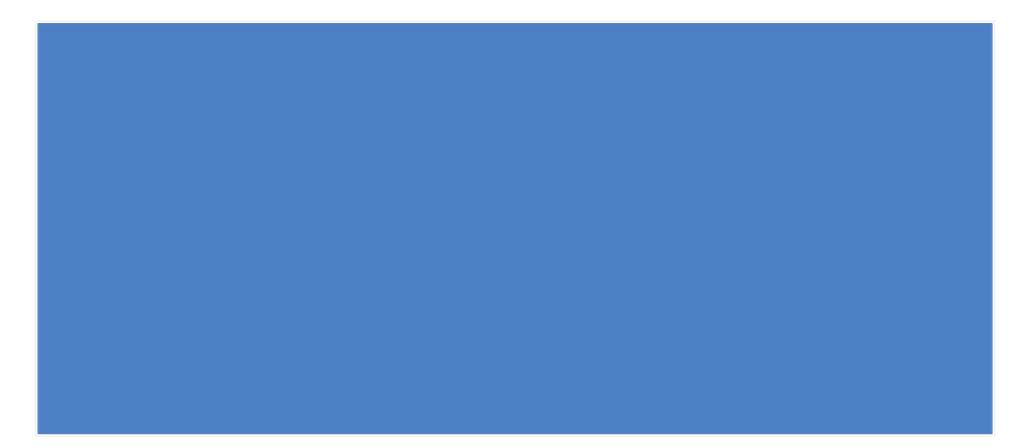
<source format=kicad_pcb>
(kicad_pcb
	(version 20240108)
	(generator "pcbnew")
	(generator_version "8.0")
	(general
		(thickness 1.76)
		(legacy_teardrops no)
	)
	(paper "A4")
	(title_block
		(title "KSS-E")
		(date "2020-07-13")
		(rev "REV1")
		(company "SmartEQ Bilisim")
	)
	(layers
		(0 "F.Cu" jumper)
		(1 "In1.Cu" signal)
		(2 "In2.Cu" signal)
		(3 "In3.Cu" signal)
		(4 "In4.Cu" signal)
		(31 "B.Cu" signal)
		(32 "B.Adhes" user "B.Adhesive")
		(33 "F.Adhes" user "F.Adhesive")
		(34 "B.Paste" user)
		(35 "F.Paste" user)
		(36 "B.SilkS" user "B.Silkscreen")
		(37 "F.SilkS" user "F.Silkscreen")
		(38 "B.Mask" user)
		(39 "F.Mask" user)
		(40 "Dwgs.User" user "User.Drawings")
		(41 "Cmts.User" user "User.Comments")
		(42 "Eco1.User" user "User.Eco1")
		(43 "Eco2.User" user "User.Eco2")
		(44 "Edge.Cuts" user)
		(45 "Margin" user)
		(46 "B.CrtYd" user "B.Courtyard")
		(47 "F.CrtYd" user "F.Courtyard")
		(48 "B.Fab" user)
		(49 "F.Fab" user)
	)
	(setup
		(stackup
			(layer "F.SilkS"
				(type "Top Silk Screen")
			)
			(layer "F.Paste"
				(type "Top Solder Paste")
			)
			(layer "F.Mask"
				(type "Top Solder Mask")
				(thickness 0.01)
			)
			(layer "F.Cu"
				(type "copper")
				(thickness 0.035)
			)
			(layer "dielectric 1"
				(type "prepreg")
				(thickness 0.11)
				(material "FR4")
				(epsilon_r 4.5)
				(loss_tangent 0.02)
			)
			(layer "In1.Cu"
				(type "copper")
				(thickness 0.035)
			)
			(layer "dielectric 2"
				(type "core")
				(color "Polyimide")
				(thickness 0.6)
				(material "FR4")
				(epsilon_r 4.5)
				(loss_tangent 0.02)
			)
			(layer "In2.Cu"
				(type "copper")
				(thickness 0.035)
			)
			(layer "dielectric 3"
				(type "prepreg")
				(color "Phenolic natural")
				(thickness 0.11)
				(material "FR4")
				(epsilon_r 4.5)
				(loss_tangent 0.02)
			)
			(layer "In3.Cu"
				(type "copper")
				(thickness 0.035)
			)
			(layer "dielectric 4"
				(type "core")
				(thickness 0.6)
				(material "FR4")
				(epsilon_r 4.5)
				(loss_tangent 0.02)
			)
			(layer "In4.Cu"
				(type "copper")
				(thickness 0.035)
			)
			(layer "dielectric 5"
				(type "prepreg")
				(thickness 0.11)
				(material "FR4")
				(epsilon_r 4.5)
				(loss_tangent 0.02)
			)
			(layer "B.Cu"
				(type "copper")
				(thickness 0.035)
			)
			(layer "B.Mask"
				(type "Bottom Solder Mask")
				(thickness 0.01)
				(material "FR4")
				(epsilon_r 3.3)
				(loss_tangent 0)
			)
			(layer "B.Paste"
				(type "Bottom Solder Paste")
			)
			(layer "B.SilkS"
				(type "Bottom Silk Screen")
			)
			(copper_finish "None")
			(dielectric_constraints no)
		)
		(pad_to_mask_clearance 0.051)
		(solder_mask_min_width 0.09)
		(allow_soldermask_bridges_in_footprints no)
		(aux_axis_origin 109.0625 133.106)
		(grid_origin 109.0625 133.106)
		(pcbplotparams
			(layerselection 0x003ffff_ffffffff)
			(plot_on_all_layers_selection 0x0000000_00000000)
			(disableapertmacros no)
			(usegerberextensions yes)
			(usegerberattributes no)
			(usegerberadvancedattributes no)
			(creategerberjobfile yes)
			(dashed_line_dash_ratio 12.000000)
			(dashed_line_gap_ratio 3.000000)
			(svgprecision 6)
			(plotframeref no)
			(viasonmask no)
			(mode 1)
			(useauxorigin no)
			(hpglpennumber 1)
			(hpglpenspeed 20)
			(hpglpendiameter 15.000000)
			(pdf_front_fp_property_popups yes)
			(pdf_back_fp_property_popups yes)
			(dxfpolygonmode yes)
			(dxfimperialunits yes)
			(dxfusepcbnewfont yes)
			(psnegative no)
			(psa4output no)
			(plotreference yes)
			(plotvalue yes)
			(plotfptext yes)
			(plotinvisibletext no)
			(sketchpadsonfab no)
			(subtractmaskfromsilk yes)
			(outputformat 1)
			(mirror no)
			(drillshape 0)
			(scaleselection 1)
			(outputdirectory "../../../CamTracker/Gerber/")
		)
	)
	(net 0 "")
	(net 1 "Earth")
	(gr_rect
		(start 135.3425 80.676)
		(end 262.3425 135.676)
		(locked yes)
		(stroke
			(width 0.05)
			(type default)
		)
		(fill none)
		(layer "Edge.Cuts")
		(uuid "aa2dfeca-5e16-4b4d-ac0b-bae0251e3d89")
	)
	(zone
		(net 1)
		(net_name "Earth")
		(layers "F.Cu" "In1.Cu" "In2.Cu" "In3.Cu" "In4.Cu" "B.Cu")
		(uuid "4d773307-59d7-45ca-b174-d1dabb6b9adc")
		(hatch edge 0.5)
		(priority 1)
		(connect_pads
			(clearance 0.2)
		)
		(min_thickness 0.1)
		(filled_areas_thickness no)
		(fill yes
			(thermal_gap 0.5)
			(thermal_bridge_width 0.5)
		)
		(polygon
			(pts
				(xy 266.2825 77.856) (xy 265.7625 136.896) (xy 130.8025 137.266) (xy 130.6225 83.546) (xy 131.3125 77.856)
			)
		)
		(filled_polygon
			(layer "F.Cu")
			(pts
				(xy 262.077648 80.940852) (xy 262.092 80.9755) (xy 262.092 135.3765) (xy 262.077648 135.411148)
				(xy 262.043 135.4255) (xy 135.642 135.4255) (xy 135.607352 135.411148) (xy 135.593 135.3765) (xy 135.593 80.9755)
				(xy 135.607352 80.940852) (xy 135.642 80.9265) (xy 262.043 80.9265)
			)
		)
		(filled_polygon
			(layer "In1.Cu")
			(pts
				(xy 262.077648 80.940852) (xy 262.092 80.9755) (xy 262.092 135.3765) (xy 262.077648 135.411148)
				(xy 262.043 135.4255) (xy 135.642 135.4255) (xy 135.607352 135.411148) (xy 135.593 135.3765) (xy 135.593 80.9755)
				(xy 135.607352 80.940852) (xy 135.642 80.9265) (xy 262.043 80.9265)
			)
		)
		(filled_polygon
			(layer "In2.Cu")
			(pts
				(xy 262.077648 80.940852) (xy 262.092 80.9755) (xy 262.092 135.3765) (xy 262.077648 135.411148)
				(xy 262.043 135.4255) (xy 135.642 135.4255) (xy 135.607352 135.411148) (xy 135.593 135.3765) (xy 135.593 80.9755)
				(xy 135.607352 80.940852) (xy 135.642 80.9265) (xy 262.043 80.9265)
			)
		)
		(filled_polygon
			(layer "In3.Cu")
			(pts
				(xy 262.077648 80.940852) (xy 262.092 80.9755) (xy 262.092 135.3765) (xy 262.077648 135.411148)
				(xy 262.043 135.4255) (xy 135.642 135.4255) (xy 135.607352 135.411148) (xy 135.593 135.3765) (xy 135.593 80.9755)
				(xy 135.607352 80.940852) (xy 135.642 80.9265) (xy 262.043 80.9265)
			)
		)
		(filled_polygon
			(layer "In4.Cu")
			(pts
				(xy 262.077648 80.940852) (xy 262.092 80.9755) (xy 262.092 135.3765) (xy 262.077648 135.411148)
				(xy 262.043 135.4255) (xy 135.642 135.4255) (xy 135.607352 135.411148) (xy 135.593 135.3765) (xy 135.593 80.9755)
				(xy 135.607352 80.940852) (xy 135.642 80.9265) (xy 262.043 80.9265)
			)
		)
		(filled_polygon
			(layer "B.Cu")
			(pts
				(xy 262.077648 80.940852) (xy 262.092 80.9755) (xy 262.092 135.3765) (xy 262.077648 135.411148)
				(xy 262.043 135.4255) (xy 135.642 135.4255) (xy 135.607352 135.411148) (xy 135.593 135.3765) (xy 135.593 80.9755)
				(xy 135.607352 80.940852) (xy 135.642 80.9265) (xy 262.043 80.9265)
			)
		)
	)
	(zone
		(net 0)
		(net_name "")
		(locked yes)
		(layers "*.Mask")
		(uuid "47e44854-9c9e-47e6-a16e-76c36162e7e9")
		(hatch edge 0.5)
		(connect_pads
			(clearance 0)
		)
		(min_thickness 0.25)
		(filled_areas_thickness no)
		(fill yes
			(thermal_gap 0.5)
			(thermal_bridge_width 0.5)
		)
		(polygon
			(pts
				(xy 135.3425 80.676) (xy 137.3425 80.676) (xy 137.3425 135.676) (xy 135.3425 135.676)
			)
		)
		(filled_polygon
			(layer "B.Mask")
			(island)
			(pts
				(xy 137.285539 80.695685) (xy 137.331294 80.748489) (xy 137.3425 80.8) (xy 137.3425 135.552) (xy 137.322815 135.619039)
				(xy 137.270011 135.664794) (xy 137.2185 135.676) (xy 135.4665 135.676) (xy 135.399461 135.656315)
				(xy 135.353706 135.603511) (xy 135.3425 135.552) (xy 135.3425 80.8) (xy 135.362185 80.732961) (xy 135.414989 80.687206)
				(xy 135.4665 80.676) (xy 137.2185 80.676)
			)
		)
		(filled_polygon
			(layer "F.Mask")
			(island)
			(pts
				(xy 137.285539 80.695685) (xy 137.331294 80.748489) (xy 137.3425 80.8) (xy 137.3425 135.552) (xy 137.322815 135.619039)
				(xy 137.270011 135.664794) (xy 137.2185 135.676) (xy 135.4665 135.676) (xy 135.399461 135.656315)
				(xy 135.353706 135.603511) (xy 135.3425 135.552) (xy 135.3425 80.8) (xy 135.362185 80.732961) (xy 135.414989 80.687206)
				(xy 135.4665 80.676) (xy 137.2185 80.676)
			)
		)
	)
	(zone
		(net 0)
		(net_name "")
		(locked yes)
		(layers "*.Mask")
		(uuid "dae78970-ea46-4008-9751-117969da7c87")
		(hatch edge 0.5)
		(connect_pads
			(clearance 0)
		)
		(min_thickness 0.25)
		(filled_areas_thickness no)
		(fill yes
			(thermal_gap 0.5)
			(thermal_bridge_width 0.5)
		)
		(polygon
			(pts
				(xy 260.3425 80.676) (xy 262.3425 80.676) (xy 262.3425 135.676) (xy 260.3425 135.676)
			)
		)
		(filled_polygon
			(layer "B.Mask")
			(island)
			(pts
				(xy 262.285539 80.695685) (xy 262.331294 80.748489) (xy 262.3425 80.8) (xy 262.3425 135.552) (xy 262.322815 135.619039)
				(xy 262.270011 135.664794) (xy 262.2185 135.676) (xy 260.4665 135.676) (xy 260.399461 135.656315)
				(xy 260.353706 135.603511) (xy 260.3425 135.552) (xy 260.3425 80.8) (xy 260.362185 80.732961) (xy 260.414989 80.687206)
				(xy 260.4665 80.676) (xy 262.2185 80.676)
			)
		)
		(filled_polygon
			(layer "F.Mask")
			(island)
			(pts
				(xy 262.285539 80.695685) (xy 262.331294 80.748489) (xy 262.3425 80.8) (xy 262.3425 135.552) (xy 262.322815 135.619039)
				(xy 262.270011 135.664794) (xy 262.2185 135.676) (xy 260.4665 135.676) (xy 260.399461 135.656315)
				(xy 260.353706 135.603511) (xy 260.3425 135.552) (xy 260.3425 80.8) (xy 260.362185 80.732961) (xy 260.414989 80.687206)
				(xy 260.4665 80.676) (xy 262.2185 80.676)
			)
		)
	)
	(generated
		(uuid "61956b1d-4325-4b49-8bdd-ba4d1313dc3e")
		(type tuning_pattern)
		(name "Tuning Pattern")
		(layer "F.Cu")
		(base_line
			(pts
				(xy 151.497715 105.465549) (xy 153.714505 103.248759)
			)
		)
		(base_line_coupled
			(pts
				(xy 151.192951 105.160785) (xy 151.200784 105.152952)
			)
		)
		(corner_radius_percent 100)
		(end
			(xy 153.714505 103.248759)
		)
		(initial_side "right")
		(last_diff_pair_gap 0.18)
		(last_netname "/3566/PCIE20_RXN")
		(last_status "tuned")
		(last_track_width 0.177)
		(last_tuning "0.0000 mm (tuned)")
		(max_amplitude 0.9)
		(min_amplitude 0.1)
		(min_spacing 0.6)
		(origin
			(xy 151.497715 105.465549)
		)
		(override_custom_rules no)
		(rounded yes)
		(single_sided no)
		(target_length 100)
		(target_length_max 100.1)
		(target_length_min 99.9)
		(target_skew 0)
		(target_skew_max 0.1)
		(target_skew_min -0.1)
		(tuning_mode "diff_pair_skew")
		(members)
	)
	(generated
		(uuid "c8ed8a0f-1c84-43bb-8f22-98fb81792a7e")
		(type tuning_pattern)
		(name "Tuning Pattern")
		(layer "F.Cu")
		(base_line
			(pts
				(xy 151.661101 108.7615) (xy 154.825705 108.7615)
			)
		)
		(base_line_coupled
			(pts
				(xy 151.661101 108.3305) (xy 151.676768 108.3305)
			)
		)
		(corner_radius_percent 100)
		(end
			(xy 154.825705 108.7615)
		)
		(initial_side "right")
		(last_diff_pair_gap 0.18)
		(last_netname "/3566/PCIE20_REFCLKN")
		(last_status "tuned")
		(last_track_width 0.177)
		(last_tuning "-0.0000 mm (tuned)")
		(max_amplitude 0.95)
		(min_amplitude 0.1)
		(min_spacing 0.6)
		(origin
			(xy 151.661101 108.7615)
		)
		(override_custom_rules no)
		(rounded yes)
		(single_sided no)
		(target_length 100)
		(target_length_max 100.1)
		(target_length_min 99.9)
		(target_skew 0)
		(target_skew_max 0.1)
		(target_skew_min -0.1)
		(tuning_mode "diff_pair_skew")
		(members)
	)
	(generated
		(uuid "d0149740-6716-431c-8e77-03f298449da4")
		(type tuning_pattern)
		(name "Tuning Pattern")
		(layer "F.Cu")
		(base_line
			(pts
				(xy 173.105366 109.487462) (xy 174.738583 107.854245)
			)
		)
		(base_line_coupled
			(pts
				(xy 173.391038 109.773134) (xy 173.402787 109.761385)
			)
		)
		(corner_radius_percent 100)
		(end
			(xy 174.738583 107.854245)
		)
		(initial_side "left")
		(last_diff_pair_gap 0.18)
		(last_netname "/3566/USB3_HOST1_DP")
		(last_status "tuned")
		(last_track_width 0.2)
		(last_tuning "-0.0001 mm (tuned)")
		(max_amplitude 1)
		(min_amplitude 0.1)
		(min_spacing 0.6)
		(origin
			(xy 173.105366 109.487462)
		)
		(override_custom_rules no)
		(rounded yes)
		(single_sided no)
		(target_length 100)
		(target_length_max 100.1)
		(target_length_min 99.9)
		(target_skew 0)
		(target_skew_max 0.1)
		(target_skew_min -0.1)
		(tuning_mode "diff_pair_skew")
		(members)
	)
)
</source>
